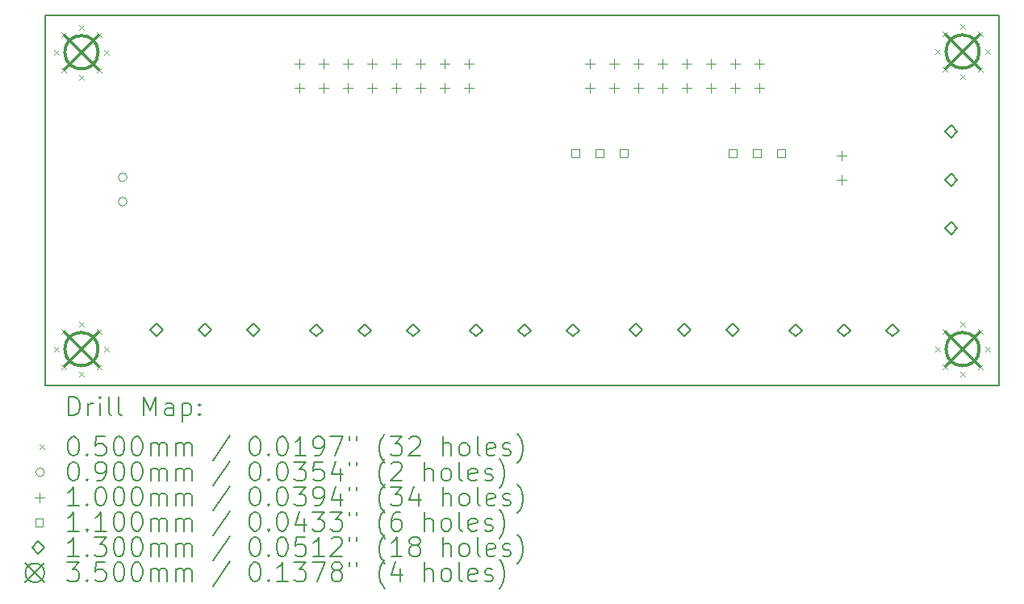
<source format=gbr>
%FSLAX45Y45*%
G04 Gerber Fmt 4.5, Leading zero omitted, Abs format (unit mm)*
G04 Created by KiCad (PCBNEW (6.0.0-0)) date 2022-12-13 21:11:11*
%MOMM*%
%LPD*%
G01*
G04 APERTURE LIST*
%TA.AperFunction,Profile*%
%ADD10C,0.150000*%
%TD*%
%ADD11C,0.200000*%
%ADD12C,0.050000*%
%ADD13C,0.090000*%
%ADD14C,0.100000*%
%ADD15C,0.110000*%
%ADD16C,0.130000*%
%ADD17C,0.350000*%
G04 APERTURE END LIST*
D10*
X5308600Y-6197600D02*
X15316200Y-6197600D01*
X15316200Y-6197600D02*
X15316200Y-10083800D01*
X15316200Y-10083800D02*
X5308600Y-10083800D01*
X5308600Y-10083800D02*
X5308600Y-6197600D01*
D11*
D12*
X5402100Y-6561415D02*
X5452100Y-6611415D01*
X5452100Y-6561415D02*
X5402100Y-6611415D01*
X5402100Y-9677800D02*
X5452100Y-9727800D01*
X5452100Y-9677800D02*
X5402100Y-9727800D01*
X5478985Y-6375800D02*
X5528985Y-6425800D01*
X5528985Y-6375800D02*
X5478985Y-6425800D01*
X5478985Y-6747031D02*
X5528985Y-6797031D01*
X5528985Y-6747031D02*
X5478985Y-6797031D01*
X5478985Y-9492185D02*
X5528985Y-9542185D01*
X5528985Y-9492185D02*
X5478985Y-9542185D01*
X5478985Y-9863416D02*
X5528985Y-9913416D01*
X5528985Y-9863416D02*
X5478985Y-9913416D01*
X5664600Y-6298915D02*
X5714600Y-6348915D01*
X5714600Y-6298915D02*
X5664600Y-6348915D01*
X5664600Y-6823915D02*
X5714600Y-6873915D01*
X5714600Y-6823915D02*
X5664600Y-6873915D01*
X5664600Y-9415300D02*
X5714600Y-9465300D01*
X5714600Y-9415300D02*
X5664600Y-9465300D01*
X5664600Y-9940300D02*
X5714600Y-9990300D01*
X5714600Y-9940300D02*
X5664600Y-9990300D01*
X5850215Y-6375800D02*
X5900215Y-6425800D01*
X5900215Y-6375800D02*
X5850215Y-6425800D01*
X5850215Y-6747031D02*
X5900215Y-6797031D01*
X5900215Y-6747031D02*
X5850215Y-6797031D01*
X5850215Y-9492185D02*
X5900215Y-9542185D01*
X5900215Y-9492185D02*
X5850215Y-9542185D01*
X5850215Y-9863416D02*
X5900215Y-9913416D01*
X5900215Y-9863416D02*
X5850215Y-9913416D01*
X5927100Y-6561415D02*
X5977100Y-6611415D01*
X5977100Y-6561415D02*
X5927100Y-6611415D01*
X5927100Y-9677800D02*
X5977100Y-9727800D01*
X5977100Y-9677800D02*
X5927100Y-9727800D01*
X14647700Y-6553600D02*
X14697700Y-6603600D01*
X14697700Y-6553600D02*
X14647700Y-6603600D01*
X14647700Y-9677800D02*
X14697700Y-9727800D01*
X14697700Y-9677800D02*
X14647700Y-9727800D01*
X14724584Y-6367984D02*
X14774584Y-6417984D01*
X14774584Y-6367984D02*
X14724584Y-6417984D01*
X14724584Y-6739215D02*
X14774584Y-6789215D01*
X14774584Y-6739215D02*
X14724584Y-6789215D01*
X14724584Y-9492185D02*
X14774584Y-9542185D01*
X14774584Y-9492185D02*
X14724584Y-9542185D01*
X14724584Y-9863416D02*
X14774584Y-9913416D01*
X14774584Y-9863416D02*
X14724584Y-9913416D01*
X14910200Y-6291100D02*
X14960200Y-6341100D01*
X14960200Y-6291100D02*
X14910200Y-6341100D01*
X14910200Y-6816100D02*
X14960200Y-6866100D01*
X14960200Y-6816100D02*
X14910200Y-6866100D01*
X14910200Y-9415300D02*
X14960200Y-9465300D01*
X14960200Y-9415300D02*
X14910200Y-9465300D01*
X14910200Y-9940300D02*
X14960200Y-9990300D01*
X14960200Y-9940300D02*
X14910200Y-9990300D01*
X15095815Y-6367984D02*
X15145815Y-6417984D01*
X15145815Y-6367984D02*
X15095815Y-6417984D01*
X15095815Y-6739215D02*
X15145815Y-6789215D01*
X15145815Y-6739215D02*
X15095815Y-6789215D01*
X15095815Y-9492185D02*
X15145815Y-9542185D01*
X15145815Y-9492185D02*
X15095815Y-9542185D01*
X15095815Y-9863416D02*
X15145815Y-9913416D01*
X15145815Y-9863416D02*
X15095815Y-9913416D01*
X15172700Y-6553600D02*
X15222700Y-6603600D01*
X15222700Y-6553600D02*
X15172700Y-6603600D01*
X15172700Y-9677800D02*
X15222700Y-9727800D01*
X15222700Y-9677800D02*
X15172700Y-9727800D01*
D13*
X6166400Y-7899900D02*
G75*
G03*
X6166400Y-7899900I-45000J0D01*
G01*
X6166400Y-8153900D02*
G75*
G03*
X6166400Y-8153900I-45000J0D01*
G01*
D14*
X7975600Y-6655600D02*
X7975600Y-6755600D01*
X7925600Y-6705600D02*
X8025600Y-6705600D01*
X7975600Y-6909600D02*
X7975600Y-7009600D01*
X7925600Y-6959600D02*
X8025600Y-6959600D01*
X8229600Y-6655600D02*
X8229600Y-6755600D01*
X8179600Y-6705600D02*
X8279600Y-6705600D01*
X8229600Y-6909600D02*
X8229600Y-7009600D01*
X8179600Y-6959600D02*
X8279600Y-6959600D01*
X8483600Y-6655600D02*
X8483600Y-6755600D01*
X8433600Y-6705600D02*
X8533600Y-6705600D01*
X8483600Y-6909600D02*
X8483600Y-7009600D01*
X8433600Y-6959600D02*
X8533600Y-6959600D01*
X8737600Y-6655600D02*
X8737600Y-6755600D01*
X8687600Y-6705600D02*
X8787600Y-6705600D01*
X8737600Y-6909600D02*
X8737600Y-7009600D01*
X8687600Y-6959600D02*
X8787600Y-6959600D01*
X8991600Y-6655600D02*
X8991600Y-6755600D01*
X8941600Y-6705600D02*
X9041600Y-6705600D01*
X8991600Y-6909600D02*
X8991600Y-7009600D01*
X8941600Y-6959600D02*
X9041600Y-6959600D01*
X9245600Y-6655600D02*
X9245600Y-6755600D01*
X9195600Y-6705600D02*
X9295600Y-6705600D01*
X9245600Y-6909600D02*
X9245600Y-7009600D01*
X9195600Y-6959600D02*
X9295600Y-6959600D01*
X9499600Y-6655600D02*
X9499600Y-6755600D01*
X9449600Y-6705600D02*
X9549600Y-6705600D01*
X9499600Y-6909600D02*
X9499600Y-7009600D01*
X9449600Y-6959600D02*
X9549600Y-6959600D01*
X9753600Y-6655600D02*
X9753600Y-6755600D01*
X9703600Y-6705600D02*
X9803600Y-6705600D01*
X9753600Y-6909600D02*
X9753600Y-7009600D01*
X9703600Y-6959600D02*
X9803600Y-6959600D01*
X11023600Y-6655600D02*
X11023600Y-6755600D01*
X10973600Y-6705600D02*
X11073600Y-6705600D01*
X11023600Y-6909600D02*
X11023600Y-7009600D01*
X10973600Y-6959600D02*
X11073600Y-6959600D01*
X11277600Y-6655600D02*
X11277600Y-6755600D01*
X11227600Y-6705600D02*
X11327600Y-6705600D01*
X11277600Y-6909600D02*
X11277600Y-7009600D01*
X11227600Y-6959600D02*
X11327600Y-6959600D01*
X11531600Y-6655600D02*
X11531600Y-6755600D01*
X11481600Y-6705600D02*
X11581600Y-6705600D01*
X11531600Y-6909600D02*
X11531600Y-7009600D01*
X11481600Y-6959600D02*
X11581600Y-6959600D01*
X11785600Y-6655600D02*
X11785600Y-6755600D01*
X11735600Y-6705600D02*
X11835600Y-6705600D01*
X11785600Y-6909600D02*
X11785600Y-7009600D01*
X11735600Y-6959600D02*
X11835600Y-6959600D01*
X12039600Y-6655600D02*
X12039600Y-6755600D01*
X11989600Y-6705600D02*
X12089600Y-6705600D01*
X12039600Y-6909600D02*
X12039600Y-7009600D01*
X11989600Y-6959600D02*
X12089600Y-6959600D01*
X12293600Y-6655600D02*
X12293600Y-6755600D01*
X12243600Y-6705600D02*
X12343600Y-6705600D01*
X12293600Y-6909600D02*
X12293600Y-7009600D01*
X12243600Y-6959600D02*
X12343600Y-6959600D01*
X12547600Y-6655600D02*
X12547600Y-6755600D01*
X12497600Y-6705600D02*
X12597600Y-6705600D01*
X12547600Y-6909600D02*
X12547600Y-7009600D01*
X12497600Y-6959600D02*
X12597600Y-6959600D01*
X12801600Y-6655600D02*
X12801600Y-6755600D01*
X12751600Y-6705600D02*
X12851600Y-6705600D01*
X12801600Y-6909600D02*
X12801600Y-7009600D01*
X12751600Y-6959600D02*
X12851600Y-6959600D01*
X13665200Y-7621300D02*
X13665200Y-7721300D01*
X13615200Y-7671300D02*
X13715200Y-7671300D01*
X13665200Y-7875300D02*
X13665200Y-7975300D01*
X13615200Y-7925300D02*
X13715200Y-7925300D01*
D15*
X10910091Y-7684291D02*
X10910091Y-7606509D01*
X10832309Y-7606509D01*
X10832309Y-7684291D01*
X10910091Y-7684291D01*
X11164091Y-7684291D02*
X11164091Y-7606509D01*
X11086309Y-7606509D01*
X11086309Y-7684291D01*
X11164091Y-7684291D01*
X11418091Y-7684291D02*
X11418091Y-7606509D01*
X11340309Y-7606509D01*
X11340309Y-7684291D01*
X11418091Y-7684291D01*
X12561091Y-7684291D02*
X12561091Y-7606509D01*
X12483309Y-7606509D01*
X12483309Y-7684291D01*
X12561091Y-7684291D01*
X12815091Y-7684291D02*
X12815091Y-7606509D01*
X12737309Y-7606509D01*
X12737309Y-7684291D01*
X12815091Y-7684291D01*
X13069091Y-7684291D02*
X13069091Y-7606509D01*
X12991309Y-7606509D01*
X12991309Y-7684291D01*
X13069091Y-7684291D01*
D16*
X6477500Y-9564600D02*
X6542500Y-9499600D01*
X6477500Y-9434600D01*
X6412500Y-9499600D01*
X6477500Y-9564600D01*
X6985500Y-9564600D02*
X7050500Y-9499600D01*
X6985500Y-9434600D01*
X6920500Y-9499600D01*
X6985500Y-9564600D01*
X7493500Y-9564600D02*
X7558500Y-9499600D01*
X7493500Y-9434600D01*
X7428500Y-9499600D01*
X7493500Y-9564600D01*
X8153400Y-9569700D02*
X8218400Y-9504700D01*
X8153400Y-9439700D01*
X8088400Y-9504700D01*
X8153400Y-9569700D01*
X8661400Y-9569700D02*
X8726400Y-9504700D01*
X8661400Y-9439700D01*
X8596400Y-9504700D01*
X8661400Y-9569700D01*
X9169400Y-9569700D02*
X9234400Y-9504700D01*
X9169400Y-9439700D01*
X9104400Y-9504700D01*
X9169400Y-9569700D01*
X9829800Y-9569700D02*
X9894800Y-9504700D01*
X9829800Y-9439700D01*
X9764800Y-9504700D01*
X9829800Y-9569700D01*
X10337800Y-9569700D02*
X10402800Y-9504700D01*
X10337800Y-9439700D01*
X10272800Y-9504700D01*
X10337800Y-9569700D01*
X10845800Y-9569700D02*
X10910800Y-9504700D01*
X10845800Y-9439700D01*
X10780800Y-9504700D01*
X10845800Y-9569700D01*
X11506700Y-9564600D02*
X11571700Y-9499600D01*
X11506700Y-9434600D01*
X11441700Y-9499600D01*
X11506700Y-9564600D01*
X12014700Y-9564600D02*
X12079700Y-9499600D01*
X12014700Y-9434600D01*
X11949700Y-9499600D01*
X12014700Y-9564600D01*
X12522700Y-9564600D02*
X12587700Y-9499600D01*
X12522700Y-9434600D01*
X12457700Y-9499600D01*
X12522700Y-9564600D01*
X13183100Y-9569700D02*
X13248100Y-9504700D01*
X13183100Y-9439700D01*
X13118100Y-9504700D01*
X13183100Y-9569700D01*
X13691100Y-9569700D02*
X13756100Y-9504700D01*
X13691100Y-9439700D01*
X13626100Y-9504700D01*
X13691100Y-9569700D01*
X14199100Y-9569700D02*
X14264100Y-9504700D01*
X14199100Y-9439700D01*
X14134100Y-9504700D01*
X14199100Y-9569700D01*
X14813300Y-7482300D02*
X14878300Y-7417300D01*
X14813300Y-7352300D01*
X14748300Y-7417300D01*
X14813300Y-7482300D01*
X14813300Y-7990300D02*
X14878300Y-7925300D01*
X14813300Y-7860300D01*
X14748300Y-7925300D01*
X14813300Y-7990300D01*
X14813300Y-8498300D02*
X14878300Y-8433300D01*
X14813300Y-8368300D01*
X14748300Y-8433300D01*
X14813300Y-8498300D01*
D17*
X5514600Y-6411415D02*
X5864600Y-6761415D01*
X5864600Y-6411415D02*
X5514600Y-6761415D01*
X5864600Y-6586415D02*
G75*
G03*
X5864600Y-6586415I-175000J0D01*
G01*
X5514600Y-9527800D02*
X5864600Y-9877800D01*
X5864600Y-9527800D02*
X5514600Y-9877800D01*
X5864600Y-9702800D02*
G75*
G03*
X5864600Y-9702800I-175000J0D01*
G01*
X14760200Y-6403600D02*
X15110200Y-6753600D01*
X15110200Y-6403600D02*
X14760200Y-6753600D01*
X15110200Y-6578600D02*
G75*
G03*
X15110200Y-6578600I-175000J0D01*
G01*
X14760200Y-9527800D02*
X15110200Y-9877800D01*
X15110200Y-9527800D02*
X14760200Y-9877800D01*
X15110200Y-9702800D02*
G75*
G03*
X15110200Y-9702800I-175000J0D01*
G01*
D11*
X5558719Y-10401776D02*
X5558719Y-10201776D01*
X5606338Y-10201776D01*
X5634909Y-10211300D01*
X5653957Y-10230348D01*
X5663481Y-10249395D01*
X5673005Y-10287490D01*
X5673005Y-10316062D01*
X5663481Y-10354157D01*
X5653957Y-10373205D01*
X5634909Y-10392252D01*
X5606338Y-10401776D01*
X5558719Y-10401776D01*
X5758719Y-10401776D02*
X5758719Y-10268443D01*
X5758719Y-10306538D02*
X5768243Y-10287490D01*
X5777767Y-10277967D01*
X5796814Y-10268443D01*
X5815862Y-10268443D01*
X5882528Y-10401776D02*
X5882528Y-10268443D01*
X5882528Y-10201776D02*
X5873005Y-10211300D01*
X5882528Y-10220824D01*
X5892052Y-10211300D01*
X5882528Y-10201776D01*
X5882528Y-10220824D01*
X6006338Y-10401776D02*
X5987290Y-10392252D01*
X5977767Y-10373205D01*
X5977767Y-10201776D01*
X6111100Y-10401776D02*
X6092052Y-10392252D01*
X6082528Y-10373205D01*
X6082528Y-10201776D01*
X6339671Y-10401776D02*
X6339671Y-10201776D01*
X6406338Y-10344633D01*
X6473005Y-10201776D01*
X6473005Y-10401776D01*
X6653957Y-10401776D02*
X6653957Y-10297014D01*
X6644433Y-10277967D01*
X6625386Y-10268443D01*
X6587290Y-10268443D01*
X6568243Y-10277967D01*
X6653957Y-10392252D02*
X6634909Y-10401776D01*
X6587290Y-10401776D01*
X6568243Y-10392252D01*
X6558719Y-10373205D01*
X6558719Y-10354157D01*
X6568243Y-10335110D01*
X6587290Y-10325586D01*
X6634909Y-10325586D01*
X6653957Y-10316062D01*
X6749195Y-10268443D02*
X6749195Y-10468443D01*
X6749195Y-10277967D02*
X6768243Y-10268443D01*
X6806338Y-10268443D01*
X6825386Y-10277967D01*
X6834909Y-10287490D01*
X6844433Y-10306538D01*
X6844433Y-10363681D01*
X6834909Y-10382729D01*
X6825386Y-10392252D01*
X6806338Y-10401776D01*
X6768243Y-10401776D01*
X6749195Y-10392252D01*
X6930148Y-10382729D02*
X6939671Y-10392252D01*
X6930148Y-10401776D01*
X6920624Y-10392252D01*
X6930148Y-10382729D01*
X6930148Y-10401776D01*
X6930148Y-10277967D02*
X6939671Y-10287490D01*
X6930148Y-10297014D01*
X6920624Y-10287490D01*
X6930148Y-10277967D01*
X6930148Y-10297014D01*
D12*
X5251100Y-10706300D02*
X5301100Y-10756300D01*
X5301100Y-10706300D02*
X5251100Y-10756300D01*
D11*
X5596814Y-10621776D02*
X5615862Y-10621776D01*
X5634909Y-10631300D01*
X5644433Y-10640824D01*
X5653957Y-10659871D01*
X5663481Y-10697967D01*
X5663481Y-10745586D01*
X5653957Y-10783681D01*
X5644433Y-10802729D01*
X5634909Y-10812252D01*
X5615862Y-10821776D01*
X5596814Y-10821776D01*
X5577767Y-10812252D01*
X5568243Y-10802729D01*
X5558719Y-10783681D01*
X5549195Y-10745586D01*
X5549195Y-10697967D01*
X5558719Y-10659871D01*
X5568243Y-10640824D01*
X5577767Y-10631300D01*
X5596814Y-10621776D01*
X5749195Y-10802729D02*
X5758719Y-10812252D01*
X5749195Y-10821776D01*
X5739671Y-10812252D01*
X5749195Y-10802729D01*
X5749195Y-10821776D01*
X5939671Y-10621776D02*
X5844433Y-10621776D01*
X5834909Y-10717014D01*
X5844433Y-10707490D01*
X5863481Y-10697967D01*
X5911100Y-10697967D01*
X5930148Y-10707490D01*
X5939671Y-10717014D01*
X5949195Y-10736062D01*
X5949195Y-10783681D01*
X5939671Y-10802729D01*
X5930148Y-10812252D01*
X5911100Y-10821776D01*
X5863481Y-10821776D01*
X5844433Y-10812252D01*
X5834909Y-10802729D01*
X6073005Y-10621776D02*
X6092052Y-10621776D01*
X6111100Y-10631300D01*
X6120624Y-10640824D01*
X6130148Y-10659871D01*
X6139671Y-10697967D01*
X6139671Y-10745586D01*
X6130148Y-10783681D01*
X6120624Y-10802729D01*
X6111100Y-10812252D01*
X6092052Y-10821776D01*
X6073005Y-10821776D01*
X6053957Y-10812252D01*
X6044433Y-10802729D01*
X6034909Y-10783681D01*
X6025386Y-10745586D01*
X6025386Y-10697967D01*
X6034909Y-10659871D01*
X6044433Y-10640824D01*
X6053957Y-10631300D01*
X6073005Y-10621776D01*
X6263481Y-10621776D02*
X6282528Y-10621776D01*
X6301576Y-10631300D01*
X6311100Y-10640824D01*
X6320624Y-10659871D01*
X6330148Y-10697967D01*
X6330148Y-10745586D01*
X6320624Y-10783681D01*
X6311100Y-10802729D01*
X6301576Y-10812252D01*
X6282528Y-10821776D01*
X6263481Y-10821776D01*
X6244433Y-10812252D01*
X6234909Y-10802729D01*
X6225386Y-10783681D01*
X6215862Y-10745586D01*
X6215862Y-10697967D01*
X6225386Y-10659871D01*
X6234909Y-10640824D01*
X6244433Y-10631300D01*
X6263481Y-10621776D01*
X6415862Y-10821776D02*
X6415862Y-10688443D01*
X6415862Y-10707490D02*
X6425386Y-10697967D01*
X6444433Y-10688443D01*
X6473005Y-10688443D01*
X6492052Y-10697967D01*
X6501576Y-10717014D01*
X6501576Y-10821776D01*
X6501576Y-10717014D02*
X6511100Y-10697967D01*
X6530148Y-10688443D01*
X6558719Y-10688443D01*
X6577767Y-10697967D01*
X6587290Y-10717014D01*
X6587290Y-10821776D01*
X6682528Y-10821776D02*
X6682528Y-10688443D01*
X6682528Y-10707490D02*
X6692052Y-10697967D01*
X6711100Y-10688443D01*
X6739671Y-10688443D01*
X6758719Y-10697967D01*
X6768243Y-10717014D01*
X6768243Y-10821776D01*
X6768243Y-10717014D02*
X6777767Y-10697967D01*
X6796814Y-10688443D01*
X6825386Y-10688443D01*
X6844433Y-10697967D01*
X6853957Y-10717014D01*
X6853957Y-10821776D01*
X7244433Y-10612252D02*
X7073005Y-10869395D01*
X7501576Y-10621776D02*
X7520624Y-10621776D01*
X7539671Y-10631300D01*
X7549195Y-10640824D01*
X7558719Y-10659871D01*
X7568243Y-10697967D01*
X7568243Y-10745586D01*
X7558719Y-10783681D01*
X7549195Y-10802729D01*
X7539671Y-10812252D01*
X7520624Y-10821776D01*
X7501576Y-10821776D01*
X7482528Y-10812252D01*
X7473005Y-10802729D01*
X7463481Y-10783681D01*
X7453957Y-10745586D01*
X7453957Y-10697967D01*
X7463481Y-10659871D01*
X7473005Y-10640824D01*
X7482528Y-10631300D01*
X7501576Y-10621776D01*
X7653957Y-10802729D02*
X7663481Y-10812252D01*
X7653957Y-10821776D01*
X7644433Y-10812252D01*
X7653957Y-10802729D01*
X7653957Y-10821776D01*
X7787290Y-10621776D02*
X7806338Y-10621776D01*
X7825386Y-10631300D01*
X7834909Y-10640824D01*
X7844433Y-10659871D01*
X7853957Y-10697967D01*
X7853957Y-10745586D01*
X7844433Y-10783681D01*
X7834909Y-10802729D01*
X7825386Y-10812252D01*
X7806338Y-10821776D01*
X7787290Y-10821776D01*
X7768243Y-10812252D01*
X7758719Y-10802729D01*
X7749195Y-10783681D01*
X7739671Y-10745586D01*
X7739671Y-10697967D01*
X7749195Y-10659871D01*
X7758719Y-10640824D01*
X7768243Y-10631300D01*
X7787290Y-10621776D01*
X8044433Y-10821776D02*
X7930148Y-10821776D01*
X7987290Y-10821776D02*
X7987290Y-10621776D01*
X7968243Y-10650348D01*
X7949195Y-10669395D01*
X7930148Y-10678919D01*
X8139671Y-10821776D02*
X8177767Y-10821776D01*
X8196814Y-10812252D01*
X8206338Y-10802729D01*
X8225386Y-10774157D01*
X8234909Y-10736062D01*
X8234909Y-10659871D01*
X8225386Y-10640824D01*
X8215862Y-10631300D01*
X8196814Y-10621776D01*
X8158719Y-10621776D01*
X8139671Y-10631300D01*
X8130148Y-10640824D01*
X8120624Y-10659871D01*
X8120624Y-10707490D01*
X8130148Y-10726538D01*
X8139671Y-10736062D01*
X8158719Y-10745586D01*
X8196814Y-10745586D01*
X8215862Y-10736062D01*
X8225386Y-10726538D01*
X8234909Y-10707490D01*
X8301576Y-10621776D02*
X8434910Y-10621776D01*
X8349195Y-10821776D01*
X8501576Y-10621776D02*
X8501576Y-10659871D01*
X8577767Y-10621776D02*
X8577767Y-10659871D01*
X8873005Y-10897967D02*
X8863481Y-10888443D01*
X8844433Y-10859871D01*
X8834910Y-10840824D01*
X8825386Y-10812252D01*
X8815862Y-10764633D01*
X8815862Y-10726538D01*
X8825386Y-10678919D01*
X8834910Y-10650348D01*
X8844433Y-10631300D01*
X8863481Y-10602729D01*
X8873005Y-10593205D01*
X8930148Y-10621776D02*
X9053957Y-10621776D01*
X8987290Y-10697967D01*
X9015862Y-10697967D01*
X9034910Y-10707490D01*
X9044433Y-10717014D01*
X9053957Y-10736062D01*
X9053957Y-10783681D01*
X9044433Y-10802729D01*
X9034910Y-10812252D01*
X9015862Y-10821776D01*
X8958719Y-10821776D01*
X8939671Y-10812252D01*
X8930148Y-10802729D01*
X9130148Y-10640824D02*
X9139671Y-10631300D01*
X9158719Y-10621776D01*
X9206338Y-10621776D01*
X9225386Y-10631300D01*
X9234910Y-10640824D01*
X9244433Y-10659871D01*
X9244433Y-10678919D01*
X9234910Y-10707490D01*
X9120624Y-10821776D01*
X9244433Y-10821776D01*
X9482529Y-10821776D02*
X9482529Y-10621776D01*
X9568243Y-10821776D02*
X9568243Y-10717014D01*
X9558719Y-10697967D01*
X9539671Y-10688443D01*
X9511100Y-10688443D01*
X9492052Y-10697967D01*
X9482529Y-10707490D01*
X9692052Y-10821776D02*
X9673005Y-10812252D01*
X9663481Y-10802729D01*
X9653957Y-10783681D01*
X9653957Y-10726538D01*
X9663481Y-10707490D01*
X9673005Y-10697967D01*
X9692052Y-10688443D01*
X9720624Y-10688443D01*
X9739671Y-10697967D01*
X9749195Y-10707490D01*
X9758719Y-10726538D01*
X9758719Y-10783681D01*
X9749195Y-10802729D01*
X9739671Y-10812252D01*
X9720624Y-10821776D01*
X9692052Y-10821776D01*
X9873005Y-10821776D02*
X9853957Y-10812252D01*
X9844433Y-10793205D01*
X9844433Y-10621776D01*
X10025386Y-10812252D02*
X10006338Y-10821776D01*
X9968243Y-10821776D01*
X9949195Y-10812252D01*
X9939671Y-10793205D01*
X9939671Y-10717014D01*
X9949195Y-10697967D01*
X9968243Y-10688443D01*
X10006338Y-10688443D01*
X10025386Y-10697967D01*
X10034910Y-10717014D01*
X10034910Y-10736062D01*
X9939671Y-10755110D01*
X10111100Y-10812252D02*
X10130148Y-10821776D01*
X10168243Y-10821776D01*
X10187290Y-10812252D01*
X10196814Y-10793205D01*
X10196814Y-10783681D01*
X10187290Y-10764633D01*
X10168243Y-10755110D01*
X10139671Y-10755110D01*
X10120624Y-10745586D01*
X10111100Y-10726538D01*
X10111100Y-10717014D01*
X10120624Y-10697967D01*
X10139671Y-10688443D01*
X10168243Y-10688443D01*
X10187290Y-10697967D01*
X10263481Y-10897967D02*
X10273005Y-10888443D01*
X10292052Y-10859871D01*
X10301576Y-10840824D01*
X10311100Y-10812252D01*
X10320624Y-10764633D01*
X10320624Y-10726538D01*
X10311100Y-10678919D01*
X10301576Y-10650348D01*
X10292052Y-10631300D01*
X10273005Y-10602729D01*
X10263481Y-10593205D01*
D13*
X5301100Y-10995300D02*
G75*
G03*
X5301100Y-10995300I-45000J0D01*
G01*
D11*
X5596814Y-10885776D02*
X5615862Y-10885776D01*
X5634909Y-10895300D01*
X5644433Y-10904824D01*
X5653957Y-10923871D01*
X5663481Y-10961967D01*
X5663481Y-11009586D01*
X5653957Y-11047681D01*
X5644433Y-11066729D01*
X5634909Y-11076252D01*
X5615862Y-11085776D01*
X5596814Y-11085776D01*
X5577767Y-11076252D01*
X5568243Y-11066729D01*
X5558719Y-11047681D01*
X5549195Y-11009586D01*
X5549195Y-10961967D01*
X5558719Y-10923871D01*
X5568243Y-10904824D01*
X5577767Y-10895300D01*
X5596814Y-10885776D01*
X5749195Y-11066729D02*
X5758719Y-11076252D01*
X5749195Y-11085776D01*
X5739671Y-11076252D01*
X5749195Y-11066729D01*
X5749195Y-11085776D01*
X5853957Y-11085776D02*
X5892052Y-11085776D01*
X5911100Y-11076252D01*
X5920624Y-11066729D01*
X5939671Y-11038157D01*
X5949195Y-11000062D01*
X5949195Y-10923871D01*
X5939671Y-10904824D01*
X5930148Y-10895300D01*
X5911100Y-10885776D01*
X5873005Y-10885776D01*
X5853957Y-10895300D01*
X5844433Y-10904824D01*
X5834909Y-10923871D01*
X5834909Y-10971490D01*
X5844433Y-10990538D01*
X5853957Y-11000062D01*
X5873005Y-11009586D01*
X5911100Y-11009586D01*
X5930148Y-11000062D01*
X5939671Y-10990538D01*
X5949195Y-10971490D01*
X6073005Y-10885776D02*
X6092052Y-10885776D01*
X6111100Y-10895300D01*
X6120624Y-10904824D01*
X6130148Y-10923871D01*
X6139671Y-10961967D01*
X6139671Y-11009586D01*
X6130148Y-11047681D01*
X6120624Y-11066729D01*
X6111100Y-11076252D01*
X6092052Y-11085776D01*
X6073005Y-11085776D01*
X6053957Y-11076252D01*
X6044433Y-11066729D01*
X6034909Y-11047681D01*
X6025386Y-11009586D01*
X6025386Y-10961967D01*
X6034909Y-10923871D01*
X6044433Y-10904824D01*
X6053957Y-10895300D01*
X6073005Y-10885776D01*
X6263481Y-10885776D02*
X6282528Y-10885776D01*
X6301576Y-10895300D01*
X6311100Y-10904824D01*
X6320624Y-10923871D01*
X6330148Y-10961967D01*
X6330148Y-11009586D01*
X6320624Y-11047681D01*
X6311100Y-11066729D01*
X6301576Y-11076252D01*
X6282528Y-11085776D01*
X6263481Y-11085776D01*
X6244433Y-11076252D01*
X6234909Y-11066729D01*
X6225386Y-11047681D01*
X6215862Y-11009586D01*
X6215862Y-10961967D01*
X6225386Y-10923871D01*
X6234909Y-10904824D01*
X6244433Y-10895300D01*
X6263481Y-10885776D01*
X6415862Y-11085776D02*
X6415862Y-10952443D01*
X6415862Y-10971490D02*
X6425386Y-10961967D01*
X6444433Y-10952443D01*
X6473005Y-10952443D01*
X6492052Y-10961967D01*
X6501576Y-10981014D01*
X6501576Y-11085776D01*
X6501576Y-10981014D02*
X6511100Y-10961967D01*
X6530148Y-10952443D01*
X6558719Y-10952443D01*
X6577767Y-10961967D01*
X6587290Y-10981014D01*
X6587290Y-11085776D01*
X6682528Y-11085776D02*
X6682528Y-10952443D01*
X6682528Y-10971490D02*
X6692052Y-10961967D01*
X6711100Y-10952443D01*
X6739671Y-10952443D01*
X6758719Y-10961967D01*
X6768243Y-10981014D01*
X6768243Y-11085776D01*
X6768243Y-10981014D02*
X6777767Y-10961967D01*
X6796814Y-10952443D01*
X6825386Y-10952443D01*
X6844433Y-10961967D01*
X6853957Y-10981014D01*
X6853957Y-11085776D01*
X7244433Y-10876252D02*
X7073005Y-11133395D01*
X7501576Y-10885776D02*
X7520624Y-10885776D01*
X7539671Y-10895300D01*
X7549195Y-10904824D01*
X7558719Y-10923871D01*
X7568243Y-10961967D01*
X7568243Y-11009586D01*
X7558719Y-11047681D01*
X7549195Y-11066729D01*
X7539671Y-11076252D01*
X7520624Y-11085776D01*
X7501576Y-11085776D01*
X7482528Y-11076252D01*
X7473005Y-11066729D01*
X7463481Y-11047681D01*
X7453957Y-11009586D01*
X7453957Y-10961967D01*
X7463481Y-10923871D01*
X7473005Y-10904824D01*
X7482528Y-10895300D01*
X7501576Y-10885776D01*
X7653957Y-11066729D02*
X7663481Y-11076252D01*
X7653957Y-11085776D01*
X7644433Y-11076252D01*
X7653957Y-11066729D01*
X7653957Y-11085776D01*
X7787290Y-10885776D02*
X7806338Y-10885776D01*
X7825386Y-10895300D01*
X7834909Y-10904824D01*
X7844433Y-10923871D01*
X7853957Y-10961967D01*
X7853957Y-11009586D01*
X7844433Y-11047681D01*
X7834909Y-11066729D01*
X7825386Y-11076252D01*
X7806338Y-11085776D01*
X7787290Y-11085776D01*
X7768243Y-11076252D01*
X7758719Y-11066729D01*
X7749195Y-11047681D01*
X7739671Y-11009586D01*
X7739671Y-10961967D01*
X7749195Y-10923871D01*
X7758719Y-10904824D01*
X7768243Y-10895300D01*
X7787290Y-10885776D01*
X7920624Y-10885776D02*
X8044433Y-10885776D01*
X7977767Y-10961967D01*
X8006338Y-10961967D01*
X8025386Y-10971490D01*
X8034909Y-10981014D01*
X8044433Y-11000062D01*
X8044433Y-11047681D01*
X8034909Y-11066729D01*
X8025386Y-11076252D01*
X8006338Y-11085776D01*
X7949195Y-11085776D01*
X7930148Y-11076252D01*
X7920624Y-11066729D01*
X8225386Y-10885776D02*
X8130148Y-10885776D01*
X8120624Y-10981014D01*
X8130148Y-10971490D01*
X8149195Y-10961967D01*
X8196814Y-10961967D01*
X8215862Y-10971490D01*
X8225386Y-10981014D01*
X8234909Y-11000062D01*
X8234909Y-11047681D01*
X8225386Y-11066729D01*
X8215862Y-11076252D01*
X8196814Y-11085776D01*
X8149195Y-11085776D01*
X8130148Y-11076252D01*
X8120624Y-11066729D01*
X8406338Y-10952443D02*
X8406338Y-11085776D01*
X8358719Y-10876252D02*
X8311100Y-11019110D01*
X8434910Y-11019110D01*
X8501576Y-10885776D02*
X8501576Y-10923871D01*
X8577767Y-10885776D02*
X8577767Y-10923871D01*
X8873005Y-11161967D02*
X8863481Y-11152443D01*
X8844433Y-11123871D01*
X8834910Y-11104824D01*
X8825386Y-11076252D01*
X8815862Y-11028633D01*
X8815862Y-10990538D01*
X8825386Y-10942919D01*
X8834910Y-10914348D01*
X8844433Y-10895300D01*
X8863481Y-10866729D01*
X8873005Y-10857205D01*
X8939671Y-10904824D02*
X8949195Y-10895300D01*
X8968243Y-10885776D01*
X9015862Y-10885776D01*
X9034910Y-10895300D01*
X9044433Y-10904824D01*
X9053957Y-10923871D01*
X9053957Y-10942919D01*
X9044433Y-10971490D01*
X8930148Y-11085776D01*
X9053957Y-11085776D01*
X9292052Y-11085776D02*
X9292052Y-10885776D01*
X9377767Y-11085776D02*
X9377767Y-10981014D01*
X9368243Y-10961967D01*
X9349195Y-10952443D01*
X9320624Y-10952443D01*
X9301576Y-10961967D01*
X9292052Y-10971490D01*
X9501576Y-11085776D02*
X9482529Y-11076252D01*
X9473005Y-11066729D01*
X9463481Y-11047681D01*
X9463481Y-10990538D01*
X9473005Y-10971490D01*
X9482529Y-10961967D01*
X9501576Y-10952443D01*
X9530148Y-10952443D01*
X9549195Y-10961967D01*
X9558719Y-10971490D01*
X9568243Y-10990538D01*
X9568243Y-11047681D01*
X9558719Y-11066729D01*
X9549195Y-11076252D01*
X9530148Y-11085776D01*
X9501576Y-11085776D01*
X9682529Y-11085776D02*
X9663481Y-11076252D01*
X9653957Y-11057205D01*
X9653957Y-10885776D01*
X9834910Y-11076252D02*
X9815862Y-11085776D01*
X9777767Y-11085776D01*
X9758719Y-11076252D01*
X9749195Y-11057205D01*
X9749195Y-10981014D01*
X9758719Y-10961967D01*
X9777767Y-10952443D01*
X9815862Y-10952443D01*
X9834910Y-10961967D01*
X9844433Y-10981014D01*
X9844433Y-11000062D01*
X9749195Y-11019110D01*
X9920624Y-11076252D02*
X9939671Y-11085776D01*
X9977767Y-11085776D01*
X9996814Y-11076252D01*
X10006338Y-11057205D01*
X10006338Y-11047681D01*
X9996814Y-11028633D01*
X9977767Y-11019110D01*
X9949195Y-11019110D01*
X9930148Y-11009586D01*
X9920624Y-10990538D01*
X9920624Y-10981014D01*
X9930148Y-10961967D01*
X9949195Y-10952443D01*
X9977767Y-10952443D01*
X9996814Y-10961967D01*
X10073005Y-11161967D02*
X10082529Y-11152443D01*
X10101576Y-11123871D01*
X10111100Y-11104824D01*
X10120624Y-11076252D01*
X10130148Y-11028633D01*
X10130148Y-10990538D01*
X10120624Y-10942919D01*
X10111100Y-10914348D01*
X10101576Y-10895300D01*
X10082529Y-10866729D01*
X10073005Y-10857205D01*
D14*
X5251100Y-11209300D02*
X5251100Y-11309300D01*
X5201100Y-11259300D02*
X5301100Y-11259300D01*
D11*
X5663481Y-11349776D02*
X5549195Y-11349776D01*
X5606338Y-11349776D02*
X5606338Y-11149776D01*
X5587290Y-11178348D01*
X5568243Y-11197395D01*
X5549195Y-11206919D01*
X5749195Y-11330728D02*
X5758719Y-11340252D01*
X5749195Y-11349776D01*
X5739671Y-11340252D01*
X5749195Y-11330728D01*
X5749195Y-11349776D01*
X5882528Y-11149776D02*
X5901576Y-11149776D01*
X5920624Y-11159300D01*
X5930148Y-11168824D01*
X5939671Y-11187871D01*
X5949195Y-11225967D01*
X5949195Y-11273586D01*
X5939671Y-11311681D01*
X5930148Y-11330728D01*
X5920624Y-11340252D01*
X5901576Y-11349776D01*
X5882528Y-11349776D01*
X5863481Y-11340252D01*
X5853957Y-11330728D01*
X5844433Y-11311681D01*
X5834909Y-11273586D01*
X5834909Y-11225967D01*
X5844433Y-11187871D01*
X5853957Y-11168824D01*
X5863481Y-11159300D01*
X5882528Y-11149776D01*
X6073005Y-11149776D02*
X6092052Y-11149776D01*
X6111100Y-11159300D01*
X6120624Y-11168824D01*
X6130148Y-11187871D01*
X6139671Y-11225967D01*
X6139671Y-11273586D01*
X6130148Y-11311681D01*
X6120624Y-11330728D01*
X6111100Y-11340252D01*
X6092052Y-11349776D01*
X6073005Y-11349776D01*
X6053957Y-11340252D01*
X6044433Y-11330728D01*
X6034909Y-11311681D01*
X6025386Y-11273586D01*
X6025386Y-11225967D01*
X6034909Y-11187871D01*
X6044433Y-11168824D01*
X6053957Y-11159300D01*
X6073005Y-11149776D01*
X6263481Y-11149776D02*
X6282528Y-11149776D01*
X6301576Y-11159300D01*
X6311100Y-11168824D01*
X6320624Y-11187871D01*
X6330148Y-11225967D01*
X6330148Y-11273586D01*
X6320624Y-11311681D01*
X6311100Y-11330728D01*
X6301576Y-11340252D01*
X6282528Y-11349776D01*
X6263481Y-11349776D01*
X6244433Y-11340252D01*
X6234909Y-11330728D01*
X6225386Y-11311681D01*
X6215862Y-11273586D01*
X6215862Y-11225967D01*
X6225386Y-11187871D01*
X6234909Y-11168824D01*
X6244433Y-11159300D01*
X6263481Y-11149776D01*
X6415862Y-11349776D02*
X6415862Y-11216443D01*
X6415862Y-11235490D02*
X6425386Y-11225967D01*
X6444433Y-11216443D01*
X6473005Y-11216443D01*
X6492052Y-11225967D01*
X6501576Y-11245014D01*
X6501576Y-11349776D01*
X6501576Y-11245014D02*
X6511100Y-11225967D01*
X6530148Y-11216443D01*
X6558719Y-11216443D01*
X6577767Y-11225967D01*
X6587290Y-11245014D01*
X6587290Y-11349776D01*
X6682528Y-11349776D02*
X6682528Y-11216443D01*
X6682528Y-11235490D02*
X6692052Y-11225967D01*
X6711100Y-11216443D01*
X6739671Y-11216443D01*
X6758719Y-11225967D01*
X6768243Y-11245014D01*
X6768243Y-11349776D01*
X6768243Y-11245014D02*
X6777767Y-11225967D01*
X6796814Y-11216443D01*
X6825386Y-11216443D01*
X6844433Y-11225967D01*
X6853957Y-11245014D01*
X6853957Y-11349776D01*
X7244433Y-11140252D02*
X7073005Y-11397395D01*
X7501576Y-11149776D02*
X7520624Y-11149776D01*
X7539671Y-11159300D01*
X7549195Y-11168824D01*
X7558719Y-11187871D01*
X7568243Y-11225967D01*
X7568243Y-11273586D01*
X7558719Y-11311681D01*
X7549195Y-11330728D01*
X7539671Y-11340252D01*
X7520624Y-11349776D01*
X7501576Y-11349776D01*
X7482528Y-11340252D01*
X7473005Y-11330728D01*
X7463481Y-11311681D01*
X7453957Y-11273586D01*
X7453957Y-11225967D01*
X7463481Y-11187871D01*
X7473005Y-11168824D01*
X7482528Y-11159300D01*
X7501576Y-11149776D01*
X7653957Y-11330728D02*
X7663481Y-11340252D01*
X7653957Y-11349776D01*
X7644433Y-11340252D01*
X7653957Y-11330728D01*
X7653957Y-11349776D01*
X7787290Y-11149776D02*
X7806338Y-11149776D01*
X7825386Y-11159300D01*
X7834909Y-11168824D01*
X7844433Y-11187871D01*
X7853957Y-11225967D01*
X7853957Y-11273586D01*
X7844433Y-11311681D01*
X7834909Y-11330728D01*
X7825386Y-11340252D01*
X7806338Y-11349776D01*
X7787290Y-11349776D01*
X7768243Y-11340252D01*
X7758719Y-11330728D01*
X7749195Y-11311681D01*
X7739671Y-11273586D01*
X7739671Y-11225967D01*
X7749195Y-11187871D01*
X7758719Y-11168824D01*
X7768243Y-11159300D01*
X7787290Y-11149776D01*
X7920624Y-11149776D02*
X8044433Y-11149776D01*
X7977767Y-11225967D01*
X8006338Y-11225967D01*
X8025386Y-11235490D01*
X8034909Y-11245014D01*
X8044433Y-11264062D01*
X8044433Y-11311681D01*
X8034909Y-11330728D01*
X8025386Y-11340252D01*
X8006338Y-11349776D01*
X7949195Y-11349776D01*
X7930148Y-11340252D01*
X7920624Y-11330728D01*
X8139671Y-11349776D02*
X8177767Y-11349776D01*
X8196814Y-11340252D01*
X8206338Y-11330728D01*
X8225386Y-11302157D01*
X8234909Y-11264062D01*
X8234909Y-11187871D01*
X8225386Y-11168824D01*
X8215862Y-11159300D01*
X8196814Y-11149776D01*
X8158719Y-11149776D01*
X8139671Y-11159300D01*
X8130148Y-11168824D01*
X8120624Y-11187871D01*
X8120624Y-11235490D01*
X8130148Y-11254538D01*
X8139671Y-11264062D01*
X8158719Y-11273586D01*
X8196814Y-11273586D01*
X8215862Y-11264062D01*
X8225386Y-11254538D01*
X8234909Y-11235490D01*
X8406338Y-11216443D02*
X8406338Y-11349776D01*
X8358719Y-11140252D02*
X8311100Y-11283109D01*
X8434910Y-11283109D01*
X8501576Y-11149776D02*
X8501576Y-11187871D01*
X8577767Y-11149776D02*
X8577767Y-11187871D01*
X8873005Y-11425967D02*
X8863481Y-11416443D01*
X8844433Y-11387871D01*
X8834910Y-11368824D01*
X8825386Y-11340252D01*
X8815862Y-11292633D01*
X8815862Y-11254538D01*
X8825386Y-11206919D01*
X8834910Y-11178348D01*
X8844433Y-11159300D01*
X8863481Y-11130729D01*
X8873005Y-11121205D01*
X8930148Y-11149776D02*
X9053957Y-11149776D01*
X8987290Y-11225967D01*
X9015862Y-11225967D01*
X9034910Y-11235490D01*
X9044433Y-11245014D01*
X9053957Y-11264062D01*
X9053957Y-11311681D01*
X9044433Y-11330728D01*
X9034910Y-11340252D01*
X9015862Y-11349776D01*
X8958719Y-11349776D01*
X8939671Y-11340252D01*
X8930148Y-11330728D01*
X9225386Y-11216443D02*
X9225386Y-11349776D01*
X9177767Y-11140252D02*
X9130148Y-11283109D01*
X9253957Y-11283109D01*
X9482529Y-11349776D02*
X9482529Y-11149776D01*
X9568243Y-11349776D02*
X9568243Y-11245014D01*
X9558719Y-11225967D01*
X9539671Y-11216443D01*
X9511100Y-11216443D01*
X9492052Y-11225967D01*
X9482529Y-11235490D01*
X9692052Y-11349776D02*
X9673005Y-11340252D01*
X9663481Y-11330728D01*
X9653957Y-11311681D01*
X9653957Y-11254538D01*
X9663481Y-11235490D01*
X9673005Y-11225967D01*
X9692052Y-11216443D01*
X9720624Y-11216443D01*
X9739671Y-11225967D01*
X9749195Y-11235490D01*
X9758719Y-11254538D01*
X9758719Y-11311681D01*
X9749195Y-11330728D01*
X9739671Y-11340252D01*
X9720624Y-11349776D01*
X9692052Y-11349776D01*
X9873005Y-11349776D02*
X9853957Y-11340252D01*
X9844433Y-11321205D01*
X9844433Y-11149776D01*
X10025386Y-11340252D02*
X10006338Y-11349776D01*
X9968243Y-11349776D01*
X9949195Y-11340252D01*
X9939671Y-11321205D01*
X9939671Y-11245014D01*
X9949195Y-11225967D01*
X9968243Y-11216443D01*
X10006338Y-11216443D01*
X10025386Y-11225967D01*
X10034910Y-11245014D01*
X10034910Y-11264062D01*
X9939671Y-11283109D01*
X10111100Y-11340252D02*
X10130148Y-11349776D01*
X10168243Y-11349776D01*
X10187290Y-11340252D01*
X10196814Y-11321205D01*
X10196814Y-11311681D01*
X10187290Y-11292633D01*
X10168243Y-11283109D01*
X10139671Y-11283109D01*
X10120624Y-11273586D01*
X10111100Y-11254538D01*
X10111100Y-11245014D01*
X10120624Y-11225967D01*
X10139671Y-11216443D01*
X10168243Y-11216443D01*
X10187290Y-11225967D01*
X10263481Y-11425967D02*
X10273005Y-11416443D01*
X10292052Y-11387871D01*
X10301576Y-11368824D01*
X10311100Y-11340252D01*
X10320624Y-11292633D01*
X10320624Y-11254538D01*
X10311100Y-11206919D01*
X10301576Y-11178348D01*
X10292052Y-11159300D01*
X10273005Y-11130729D01*
X10263481Y-11121205D01*
D15*
X5284991Y-11562191D02*
X5284991Y-11484409D01*
X5207209Y-11484409D01*
X5207209Y-11562191D01*
X5284991Y-11562191D01*
D11*
X5663481Y-11613776D02*
X5549195Y-11613776D01*
X5606338Y-11613776D02*
X5606338Y-11413776D01*
X5587290Y-11442348D01*
X5568243Y-11461395D01*
X5549195Y-11470919D01*
X5749195Y-11594728D02*
X5758719Y-11604252D01*
X5749195Y-11613776D01*
X5739671Y-11604252D01*
X5749195Y-11594728D01*
X5749195Y-11613776D01*
X5949195Y-11613776D02*
X5834909Y-11613776D01*
X5892052Y-11613776D02*
X5892052Y-11413776D01*
X5873005Y-11442348D01*
X5853957Y-11461395D01*
X5834909Y-11470919D01*
X6073005Y-11413776D02*
X6092052Y-11413776D01*
X6111100Y-11423300D01*
X6120624Y-11432824D01*
X6130148Y-11451871D01*
X6139671Y-11489967D01*
X6139671Y-11537586D01*
X6130148Y-11575681D01*
X6120624Y-11594728D01*
X6111100Y-11604252D01*
X6092052Y-11613776D01*
X6073005Y-11613776D01*
X6053957Y-11604252D01*
X6044433Y-11594728D01*
X6034909Y-11575681D01*
X6025386Y-11537586D01*
X6025386Y-11489967D01*
X6034909Y-11451871D01*
X6044433Y-11432824D01*
X6053957Y-11423300D01*
X6073005Y-11413776D01*
X6263481Y-11413776D02*
X6282528Y-11413776D01*
X6301576Y-11423300D01*
X6311100Y-11432824D01*
X6320624Y-11451871D01*
X6330148Y-11489967D01*
X6330148Y-11537586D01*
X6320624Y-11575681D01*
X6311100Y-11594728D01*
X6301576Y-11604252D01*
X6282528Y-11613776D01*
X6263481Y-11613776D01*
X6244433Y-11604252D01*
X6234909Y-11594728D01*
X6225386Y-11575681D01*
X6215862Y-11537586D01*
X6215862Y-11489967D01*
X6225386Y-11451871D01*
X6234909Y-11432824D01*
X6244433Y-11423300D01*
X6263481Y-11413776D01*
X6415862Y-11613776D02*
X6415862Y-11480443D01*
X6415862Y-11499490D02*
X6425386Y-11489967D01*
X6444433Y-11480443D01*
X6473005Y-11480443D01*
X6492052Y-11489967D01*
X6501576Y-11509014D01*
X6501576Y-11613776D01*
X6501576Y-11509014D02*
X6511100Y-11489967D01*
X6530148Y-11480443D01*
X6558719Y-11480443D01*
X6577767Y-11489967D01*
X6587290Y-11509014D01*
X6587290Y-11613776D01*
X6682528Y-11613776D02*
X6682528Y-11480443D01*
X6682528Y-11499490D02*
X6692052Y-11489967D01*
X6711100Y-11480443D01*
X6739671Y-11480443D01*
X6758719Y-11489967D01*
X6768243Y-11509014D01*
X6768243Y-11613776D01*
X6768243Y-11509014D02*
X6777767Y-11489967D01*
X6796814Y-11480443D01*
X6825386Y-11480443D01*
X6844433Y-11489967D01*
X6853957Y-11509014D01*
X6853957Y-11613776D01*
X7244433Y-11404252D02*
X7073005Y-11661395D01*
X7501576Y-11413776D02*
X7520624Y-11413776D01*
X7539671Y-11423300D01*
X7549195Y-11432824D01*
X7558719Y-11451871D01*
X7568243Y-11489967D01*
X7568243Y-11537586D01*
X7558719Y-11575681D01*
X7549195Y-11594728D01*
X7539671Y-11604252D01*
X7520624Y-11613776D01*
X7501576Y-11613776D01*
X7482528Y-11604252D01*
X7473005Y-11594728D01*
X7463481Y-11575681D01*
X7453957Y-11537586D01*
X7453957Y-11489967D01*
X7463481Y-11451871D01*
X7473005Y-11432824D01*
X7482528Y-11423300D01*
X7501576Y-11413776D01*
X7653957Y-11594728D02*
X7663481Y-11604252D01*
X7653957Y-11613776D01*
X7644433Y-11604252D01*
X7653957Y-11594728D01*
X7653957Y-11613776D01*
X7787290Y-11413776D02*
X7806338Y-11413776D01*
X7825386Y-11423300D01*
X7834909Y-11432824D01*
X7844433Y-11451871D01*
X7853957Y-11489967D01*
X7853957Y-11537586D01*
X7844433Y-11575681D01*
X7834909Y-11594728D01*
X7825386Y-11604252D01*
X7806338Y-11613776D01*
X7787290Y-11613776D01*
X7768243Y-11604252D01*
X7758719Y-11594728D01*
X7749195Y-11575681D01*
X7739671Y-11537586D01*
X7739671Y-11489967D01*
X7749195Y-11451871D01*
X7758719Y-11432824D01*
X7768243Y-11423300D01*
X7787290Y-11413776D01*
X8025386Y-11480443D02*
X8025386Y-11613776D01*
X7977767Y-11404252D02*
X7930148Y-11547109D01*
X8053957Y-11547109D01*
X8111100Y-11413776D02*
X8234909Y-11413776D01*
X8168243Y-11489967D01*
X8196814Y-11489967D01*
X8215862Y-11499490D01*
X8225386Y-11509014D01*
X8234909Y-11528062D01*
X8234909Y-11575681D01*
X8225386Y-11594728D01*
X8215862Y-11604252D01*
X8196814Y-11613776D01*
X8139671Y-11613776D01*
X8120624Y-11604252D01*
X8111100Y-11594728D01*
X8301576Y-11413776D02*
X8425386Y-11413776D01*
X8358719Y-11489967D01*
X8387290Y-11489967D01*
X8406338Y-11499490D01*
X8415862Y-11509014D01*
X8425386Y-11528062D01*
X8425386Y-11575681D01*
X8415862Y-11594728D01*
X8406338Y-11604252D01*
X8387290Y-11613776D01*
X8330148Y-11613776D01*
X8311100Y-11604252D01*
X8301576Y-11594728D01*
X8501576Y-11413776D02*
X8501576Y-11451871D01*
X8577767Y-11413776D02*
X8577767Y-11451871D01*
X8873005Y-11689967D02*
X8863481Y-11680443D01*
X8844433Y-11651871D01*
X8834910Y-11632824D01*
X8825386Y-11604252D01*
X8815862Y-11556633D01*
X8815862Y-11518538D01*
X8825386Y-11470919D01*
X8834910Y-11442348D01*
X8844433Y-11423300D01*
X8863481Y-11394728D01*
X8873005Y-11385205D01*
X9034910Y-11413776D02*
X8996814Y-11413776D01*
X8977767Y-11423300D01*
X8968243Y-11432824D01*
X8949195Y-11461395D01*
X8939671Y-11499490D01*
X8939671Y-11575681D01*
X8949195Y-11594728D01*
X8958719Y-11604252D01*
X8977767Y-11613776D01*
X9015862Y-11613776D01*
X9034910Y-11604252D01*
X9044433Y-11594728D01*
X9053957Y-11575681D01*
X9053957Y-11528062D01*
X9044433Y-11509014D01*
X9034910Y-11499490D01*
X9015862Y-11489967D01*
X8977767Y-11489967D01*
X8958719Y-11499490D01*
X8949195Y-11509014D01*
X8939671Y-11528062D01*
X9292052Y-11613776D02*
X9292052Y-11413776D01*
X9377767Y-11613776D02*
X9377767Y-11509014D01*
X9368243Y-11489967D01*
X9349195Y-11480443D01*
X9320624Y-11480443D01*
X9301576Y-11489967D01*
X9292052Y-11499490D01*
X9501576Y-11613776D02*
X9482529Y-11604252D01*
X9473005Y-11594728D01*
X9463481Y-11575681D01*
X9463481Y-11518538D01*
X9473005Y-11499490D01*
X9482529Y-11489967D01*
X9501576Y-11480443D01*
X9530148Y-11480443D01*
X9549195Y-11489967D01*
X9558719Y-11499490D01*
X9568243Y-11518538D01*
X9568243Y-11575681D01*
X9558719Y-11594728D01*
X9549195Y-11604252D01*
X9530148Y-11613776D01*
X9501576Y-11613776D01*
X9682529Y-11613776D02*
X9663481Y-11604252D01*
X9653957Y-11585205D01*
X9653957Y-11413776D01*
X9834910Y-11604252D02*
X9815862Y-11613776D01*
X9777767Y-11613776D01*
X9758719Y-11604252D01*
X9749195Y-11585205D01*
X9749195Y-11509014D01*
X9758719Y-11489967D01*
X9777767Y-11480443D01*
X9815862Y-11480443D01*
X9834910Y-11489967D01*
X9844433Y-11509014D01*
X9844433Y-11528062D01*
X9749195Y-11547109D01*
X9920624Y-11604252D02*
X9939671Y-11613776D01*
X9977767Y-11613776D01*
X9996814Y-11604252D01*
X10006338Y-11585205D01*
X10006338Y-11575681D01*
X9996814Y-11556633D01*
X9977767Y-11547109D01*
X9949195Y-11547109D01*
X9930148Y-11537586D01*
X9920624Y-11518538D01*
X9920624Y-11509014D01*
X9930148Y-11489967D01*
X9949195Y-11480443D01*
X9977767Y-11480443D01*
X9996814Y-11489967D01*
X10073005Y-11689967D02*
X10082529Y-11680443D01*
X10101576Y-11651871D01*
X10111100Y-11632824D01*
X10120624Y-11604252D01*
X10130148Y-11556633D01*
X10130148Y-11518538D01*
X10120624Y-11470919D01*
X10111100Y-11442348D01*
X10101576Y-11423300D01*
X10082529Y-11394728D01*
X10073005Y-11385205D01*
D16*
X5236100Y-11852300D02*
X5301100Y-11787300D01*
X5236100Y-11722300D01*
X5171100Y-11787300D01*
X5236100Y-11852300D01*
D11*
X5663481Y-11877776D02*
X5549195Y-11877776D01*
X5606338Y-11877776D02*
X5606338Y-11677776D01*
X5587290Y-11706348D01*
X5568243Y-11725395D01*
X5549195Y-11734919D01*
X5749195Y-11858728D02*
X5758719Y-11868252D01*
X5749195Y-11877776D01*
X5739671Y-11868252D01*
X5749195Y-11858728D01*
X5749195Y-11877776D01*
X5825386Y-11677776D02*
X5949195Y-11677776D01*
X5882528Y-11753967D01*
X5911100Y-11753967D01*
X5930148Y-11763490D01*
X5939671Y-11773014D01*
X5949195Y-11792062D01*
X5949195Y-11839681D01*
X5939671Y-11858728D01*
X5930148Y-11868252D01*
X5911100Y-11877776D01*
X5853957Y-11877776D01*
X5834909Y-11868252D01*
X5825386Y-11858728D01*
X6073005Y-11677776D02*
X6092052Y-11677776D01*
X6111100Y-11687300D01*
X6120624Y-11696824D01*
X6130148Y-11715871D01*
X6139671Y-11753967D01*
X6139671Y-11801586D01*
X6130148Y-11839681D01*
X6120624Y-11858728D01*
X6111100Y-11868252D01*
X6092052Y-11877776D01*
X6073005Y-11877776D01*
X6053957Y-11868252D01*
X6044433Y-11858728D01*
X6034909Y-11839681D01*
X6025386Y-11801586D01*
X6025386Y-11753967D01*
X6034909Y-11715871D01*
X6044433Y-11696824D01*
X6053957Y-11687300D01*
X6073005Y-11677776D01*
X6263481Y-11677776D02*
X6282528Y-11677776D01*
X6301576Y-11687300D01*
X6311100Y-11696824D01*
X6320624Y-11715871D01*
X6330148Y-11753967D01*
X6330148Y-11801586D01*
X6320624Y-11839681D01*
X6311100Y-11858728D01*
X6301576Y-11868252D01*
X6282528Y-11877776D01*
X6263481Y-11877776D01*
X6244433Y-11868252D01*
X6234909Y-11858728D01*
X6225386Y-11839681D01*
X6215862Y-11801586D01*
X6215862Y-11753967D01*
X6225386Y-11715871D01*
X6234909Y-11696824D01*
X6244433Y-11687300D01*
X6263481Y-11677776D01*
X6415862Y-11877776D02*
X6415862Y-11744443D01*
X6415862Y-11763490D02*
X6425386Y-11753967D01*
X6444433Y-11744443D01*
X6473005Y-11744443D01*
X6492052Y-11753967D01*
X6501576Y-11773014D01*
X6501576Y-11877776D01*
X6501576Y-11773014D02*
X6511100Y-11753967D01*
X6530148Y-11744443D01*
X6558719Y-11744443D01*
X6577767Y-11753967D01*
X6587290Y-11773014D01*
X6587290Y-11877776D01*
X6682528Y-11877776D02*
X6682528Y-11744443D01*
X6682528Y-11763490D02*
X6692052Y-11753967D01*
X6711100Y-11744443D01*
X6739671Y-11744443D01*
X6758719Y-11753967D01*
X6768243Y-11773014D01*
X6768243Y-11877776D01*
X6768243Y-11773014D02*
X6777767Y-11753967D01*
X6796814Y-11744443D01*
X6825386Y-11744443D01*
X6844433Y-11753967D01*
X6853957Y-11773014D01*
X6853957Y-11877776D01*
X7244433Y-11668252D02*
X7073005Y-11925395D01*
X7501576Y-11677776D02*
X7520624Y-11677776D01*
X7539671Y-11687300D01*
X7549195Y-11696824D01*
X7558719Y-11715871D01*
X7568243Y-11753967D01*
X7568243Y-11801586D01*
X7558719Y-11839681D01*
X7549195Y-11858728D01*
X7539671Y-11868252D01*
X7520624Y-11877776D01*
X7501576Y-11877776D01*
X7482528Y-11868252D01*
X7473005Y-11858728D01*
X7463481Y-11839681D01*
X7453957Y-11801586D01*
X7453957Y-11753967D01*
X7463481Y-11715871D01*
X7473005Y-11696824D01*
X7482528Y-11687300D01*
X7501576Y-11677776D01*
X7653957Y-11858728D02*
X7663481Y-11868252D01*
X7653957Y-11877776D01*
X7644433Y-11868252D01*
X7653957Y-11858728D01*
X7653957Y-11877776D01*
X7787290Y-11677776D02*
X7806338Y-11677776D01*
X7825386Y-11687300D01*
X7834909Y-11696824D01*
X7844433Y-11715871D01*
X7853957Y-11753967D01*
X7853957Y-11801586D01*
X7844433Y-11839681D01*
X7834909Y-11858728D01*
X7825386Y-11868252D01*
X7806338Y-11877776D01*
X7787290Y-11877776D01*
X7768243Y-11868252D01*
X7758719Y-11858728D01*
X7749195Y-11839681D01*
X7739671Y-11801586D01*
X7739671Y-11753967D01*
X7749195Y-11715871D01*
X7758719Y-11696824D01*
X7768243Y-11687300D01*
X7787290Y-11677776D01*
X8034909Y-11677776D02*
X7939671Y-11677776D01*
X7930148Y-11773014D01*
X7939671Y-11763490D01*
X7958719Y-11753967D01*
X8006338Y-11753967D01*
X8025386Y-11763490D01*
X8034909Y-11773014D01*
X8044433Y-11792062D01*
X8044433Y-11839681D01*
X8034909Y-11858728D01*
X8025386Y-11868252D01*
X8006338Y-11877776D01*
X7958719Y-11877776D01*
X7939671Y-11868252D01*
X7930148Y-11858728D01*
X8234909Y-11877776D02*
X8120624Y-11877776D01*
X8177767Y-11877776D02*
X8177767Y-11677776D01*
X8158719Y-11706348D01*
X8139671Y-11725395D01*
X8120624Y-11734919D01*
X8311100Y-11696824D02*
X8320624Y-11687300D01*
X8339671Y-11677776D01*
X8387290Y-11677776D01*
X8406338Y-11687300D01*
X8415862Y-11696824D01*
X8425386Y-11715871D01*
X8425386Y-11734919D01*
X8415862Y-11763490D01*
X8301576Y-11877776D01*
X8425386Y-11877776D01*
X8501576Y-11677776D02*
X8501576Y-11715871D01*
X8577767Y-11677776D02*
X8577767Y-11715871D01*
X8873005Y-11953967D02*
X8863481Y-11944443D01*
X8844433Y-11915871D01*
X8834910Y-11896824D01*
X8825386Y-11868252D01*
X8815862Y-11820633D01*
X8815862Y-11782538D01*
X8825386Y-11734919D01*
X8834910Y-11706348D01*
X8844433Y-11687300D01*
X8863481Y-11658728D01*
X8873005Y-11649205D01*
X9053957Y-11877776D02*
X8939671Y-11877776D01*
X8996814Y-11877776D02*
X8996814Y-11677776D01*
X8977767Y-11706348D01*
X8958719Y-11725395D01*
X8939671Y-11734919D01*
X9168243Y-11763490D02*
X9149195Y-11753967D01*
X9139671Y-11744443D01*
X9130148Y-11725395D01*
X9130148Y-11715871D01*
X9139671Y-11696824D01*
X9149195Y-11687300D01*
X9168243Y-11677776D01*
X9206338Y-11677776D01*
X9225386Y-11687300D01*
X9234910Y-11696824D01*
X9244433Y-11715871D01*
X9244433Y-11725395D01*
X9234910Y-11744443D01*
X9225386Y-11753967D01*
X9206338Y-11763490D01*
X9168243Y-11763490D01*
X9149195Y-11773014D01*
X9139671Y-11782538D01*
X9130148Y-11801586D01*
X9130148Y-11839681D01*
X9139671Y-11858728D01*
X9149195Y-11868252D01*
X9168243Y-11877776D01*
X9206338Y-11877776D01*
X9225386Y-11868252D01*
X9234910Y-11858728D01*
X9244433Y-11839681D01*
X9244433Y-11801586D01*
X9234910Y-11782538D01*
X9225386Y-11773014D01*
X9206338Y-11763490D01*
X9482529Y-11877776D02*
X9482529Y-11677776D01*
X9568243Y-11877776D02*
X9568243Y-11773014D01*
X9558719Y-11753967D01*
X9539671Y-11744443D01*
X9511100Y-11744443D01*
X9492052Y-11753967D01*
X9482529Y-11763490D01*
X9692052Y-11877776D02*
X9673005Y-11868252D01*
X9663481Y-11858728D01*
X9653957Y-11839681D01*
X9653957Y-11782538D01*
X9663481Y-11763490D01*
X9673005Y-11753967D01*
X9692052Y-11744443D01*
X9720624Y-11744443D01*
X9739671Y-11753967D01*
X9749195Y-11763490D01*
X9758719Y-11782538D01*
X9758719Y-11839681D01*
X9749195Y-11858728D01*
X9739671Y-11868252D01*
X9720624Y-11877776D01*
X9692052Y-11877776D01*
X9873005Y-11877776D02*
X9853957Y-11868252D01*
X9844433Y-11849205D01*
X9844433Y-11677776D01*
X10025386Y-11868252D02*
X10006338Y-11877776D01*
X9968243Y-11877776D01*
X9949195Y-11868252D01*
X9939671Y-11849205D01*
X9939671Y-11773014D01*
X9949195Y-11753967D01*
X9968243Y-11744443D01*
X10006338Y-11744443D01*
X10025386Y-11753967D01*
X10034910Y-11773014D01*
X10034910Y-11792062D01*
X9939671Y-11811109D01*
X10111100Y-11868252D02*
X10130148Y-11877776D01*
X10168243Y-11877776D01*
X10187290Y-11868252D01*
X10196814Y-11849205D01*
X10196814Y-11839681D01*
X10187290Y-11820633D01*
X10168243Y-11811109D01*
X10139671Y-11811109D01*
X10120624Y-11801586D01*
X10111100Y-11782538D01*
X10111100Y-11773014D01*
X10120624Y-11753967D01*
X10139671Y-11744443D01*
X10168243Y-11744443D01*
X10187290Y-11753967D01*
X10263481Y-11953967D02*
X10273005Y-11944443D01*
X10292052Y-11915871D01*
X10301576Y-11896824D01*
X10311100Y-11868252D01*
X10320624Y-11820633D01*
X10320624Y-11782538D01*
X10311100Y-11734919D01*
X10301576Y-11706348D01*
X10292052Y-11687300D01*
X10273005Y-11658728D01*
X10263481Y-11649205D01*
X5101100Y-11951300D02*
X5301100Y-12151300D01*
X5301100Y-11951300D02*
X5101100Y-12151300D01*
X5301100Y-12051300D02*
G75*
G03*
X5301100Y-12051300I-100000J0D01*
G01*
X5539671Y-11941776D02*
X5663481Y-11941776D01*
X5596814Y-12017967D01*
X5625386Y-12017967D01*
X5644433Y-12027490D01*
X5653957Y-12037014D01*
X5663481Y-12056062D01*
X5663481Y-12103681D01*
X5653957Y-12122728D01*
X5644433Y-12132252D01*
X5625386Y-12141776D01*
X5568243Y-12141776D01*
X5549195Y-12132252D01*
X5539671Y-12122728D01*
X5749195Y-12122728D02*
X5758719Y-12132252D01*
X5749195Y-12141776D01*
X5739671Y-12132252D01*
X5749195Y-12122728D01*
X5749195Y-12141776D01*
X5939671Y-11941776D02*
X5844433Y-11941776D01*
X5834909Y-12037014D01*
X5844433Y-12027490D01*
X5863481Y-12017967D01*
X5911100Y-12017967D01*
X5930148Y-12027490D01*
X5939671Y-12037014D01*
X5949195Y-12056062D01*
X5949195Y-12103681D01*
X5939671Y-12122728D01*
X5930148Y-12132252D01*
X5911100Y-12141776D01*
X5863481Y-12141776D01*
X5844433Y-12132252D01*
X5834909Y-12122728D01*
X6073005Y-11941776D02*
X6092052Y-11941776D01*
X6111100Y-11951300D01*
X6120624Y-11960824D01*
X6130148Y-11979871D01*
X6139671Y-12017967D01*
X6139671Y-12065586D01*
X6130148Y-12103681D01*
X6120624Y-12122728D01*
X6111100Y-12132252D01*
X6092052Y-12141776D01*
X6073005Y-12141776D01*
X6053957Y-12132252D01*
X6044433Y-12122728D01*
X6034909Y-12103681D01*
X6025386Y-12065586D01*
X6025386Y-12017967D01*
X6034909Y-11979871D01*
X6044433Y-11960824D01*
X6053957Y-11951300D01*
X6073005Y-11941776D01*
X6263481Y-11941776D02*
X6282528Y-11941776D01*
X6301576Y-11951300D01*
X6311100Y-11960824D01*
X6320624Y-11979871D01*
X6330148Y-12017967D01*
X6330148Y-12065586D01*
X6320624Y-12103681D01*
X6311100Y-12122728D01*
X6301576Y-12132252D01*
X6282528Y-12141776D01*
X6263481Y-12141776D01*
X6244433Y-12132252D01*
X6234909Y-12122728D01*
X6225386Y-12103681D01*
X6215862Y-12065586D01*
X6215862Y-12017967D01*
X6225386Y-11979871D01*
X6234909Y-11960824D01*
X6244433Y-11951300D01*
X6263481Y-11941776D01*
X6415862Y-12141776D02*
X6415862Y-12008443D01*
X6415862Y-12027490D02*
X6425386Y-12017967D01*
X6444433Y-12008443D01*
X6473005Y-12008443D01*
X6492052Y-12017967D01*
X6501576Y-12037014D01*
X6501576Y-12141776D01*
X6501576Y-12037014D02*
X6511100Y-12017967D01*
X6530148Y-12008443D01*
X6558719Y-12008443D01*
X6577767Y-12017967D01*
X6587290Y-12037014D01*
X6587290Y-12141776D01*
X6682528Y-12141776D02*
X6682528Y-12008443D01*
X6682528Y-12027490D02*
X6692052Y-12017967D01*
X6711100Y-12008443D01*
X6739671Y-12008443D01*
X6758719Y-12017967D01*
X6768243Y-12037014D01*
X6768243Y-12141776D01*
X6768243Y-12037014D02*
X6777767Y-12017967D01*
X6796814Y-12008443D01*
X6825386Y-12008443D01*
X6844433Y-12017967D01*
X6853957Y-12037014D01*
X6853957Y-12141776D01*
X7244433Y-11932252D02*
X7073005Y-12189395D01*
X7501576Y-11941776D02*
X7520624Y-11941776D01*
X7539671Y-11951300D01*
X7549195Y-11960824D01*
X7558719Y-11979871D01*
X7568243Y-12017967D01*
X7568243Y-12065586D01*
X7558719Y-12103681D01*
X7549195Y-12122728D01*
X7539671Y-12132252D01*
X7520624Y-12141776D01*
X7501576Y-12141776D01*
X7482528Y-12132252D01*
X7473005Y-12122728D01*
X7463481Y-12103681D01*
X7453957Y-12065586D01*
X7453957Y-12017967D01*
X7463481Y-11979871D01*
X7473005Y-11960824D01*
X7482528Y-11951300D01*
X7501576Y-11941776D01*
X7653957Y-12122728D02*
X7663481Y-12132252D01*
X7653957Y-12141776D01*
X7644433Y-12132252D01*
X7653957Y-12122728D01*
X7653957Y-12141776D01*
X7853957Y-12141776D02*
X7739671Y-12141776D01*
X7796814Y-12141776D02*
X7796814Y-11941776D01*
X7777767Y-11970348D01*
X7758719Y-11989395D01*
X7739671Y-11998919D01*
X7920624Y-11941776D02*
X8044433Y-11941776D01*
X7977767Y-12017967D01*
X8006338Y-12017967D01*
X8025386Y-12027490D01*
X8034909Y-12037014D01*
X8044433Y-12056062D01*
X8044433Y-12103681D01*
X8034909Y-12122728D01*
X8025386Y-12132252D01*
X8006338Y-12141776D01*
X7949195Y-12141776D01*
X7930148Y-12132252D01*
X7920624Y-12122728D01*
X8111100Y-11941776D02*
X8244433Y-11941776D01*
X8158719Y-12141776D01*
X8349195Y-12027490D02*
X8330148Y-12017967D01*
X8320624Y-12008443D01*
X8311100Y-11989395D01*
X8311100Y-11979871D01*
X8320624Y-11960824D01*
X8330148Y-11951300D01*
X8349195Y-11941776D01*
X8387290Y-11941776D01*
X8406338Y-11951300D01*
X8415862Y-11960824D01*
X8425386Y-11979871D01*
X8425386Y-11989395D01*
X8415862Y-12008443D01*
X8406338Y-12017967D01*
X8387290Y-12027490D01*
X8349195Y-12027490D01*
X8330148Y-12037014D01*
X8320624Y-12046538D01*
X8311100Y-12065586D01*
X8311100Y-12103681D01*
X8320624Y-12122728D01*
X8330148Y-12132252D01*
X8349195Y-12141776D01*
X8387290Y-12141776D01*
X8406338Y-12132252D01*
X8415862Y-12122728D01*
X8425386Y-12103681D01*
X8425386Y-12065586D01*
X8415862Y-12046538D01*
X8406338Y-12037014D01*
X8387290Y-12027490D01*
X8501576Y-11941776D02*
X8501576Y-11979871D01*
X8577767Y-11941776D02*
X8577767Y-11979871D01*
X8873005Y-12217967D02*
X8863481Y-12208443D01*
X8844433Y-12179871D01*
X8834910Y-12160824D01*
X8825386Y-12132252D01*
X8815862Y-12084633D01*
X8815862Y-12046538D01*
X8825386Y-11998919D01*
X8834910Y-11970348D01*
X8844433Y-11951300D01*
X8863481Y-11922728D01*
X8873005Y-11913205D01*
X9034910Y-12008443D02*
X9034910Y-12141776D01*
X8987290Y-11932252D02*
X8939671Y-12075109D01*
X9063481Y-12075109D01*
X9292052Y-12141776D02*
X9292052Y-11941776D01*
X9377767Y-12141776D02*
X9377767Y-12037014D01*
X9368243Y-12017967D01*
X9349195Y-12008443D01*
X9320624Y-12008443D01*
X9301576Y-12017967D01*
X9292052Y-12027490D01*
X9501576Y-12141776D02*
X9482529Y-12132252D01*
X9473005Y-12122728D01*
X9463481Y-12103681D01*
X9463481Y-12046538D01*
X9473005Y-12027490D01*
X9482529Y-12017967D01*
X9501576Y-12008443D01*
X9530148Y-12008443D01*
X9549195Y-12017967D01*
X9558719Y-12027490D01*
X9568243Y-12046538D01*
X9568243Y-12103681D01*
X9558719Y-12122728D01*
X9549195Y-12132252D01*
X9530148Y-12141776D01*
X9501576Y-12141776D01*
X9682529Y-12141776D02*
X9663481Y-12132252D01*
X9653957Y-12113205D01*
X9653957Y-11941776D01*
X9834910Y-12132252D02*
X9815862Y-12141776D01*
X9777767Y-12141776D01*
X9758719Y-12132252D01*
X9749195Y-12113205D01*
X9749195Y-12037014D01*
X9758719Y-12017967D01*
X9777767Y-12008443D01*
X9815862Y-12008443D01*
X9834910Y-12017967D01*
X9844433Y-12037014D01*
X9844433Y-12056062D01*
X9749195Y-12075109D01*
X9920624Y-12132252D02*
X9939671Y-12141776D01*
X9977767Y-12141776D01*
X9996814Y-12132252D01*
X10006338Y-12113205D01*
X10006338Y-12103681D01*
X9996814Y-12084633D01*
X9977767Y-12075109D01*
X9949195Y-12075109D01*
X9930148Y-12065586D01*
X9920624Y-12046538D01*
X9920624Y-12037014D01*
X9930148Y-12017967D01*
X9949195Y-12008443D01*
X9977767Y-12008443D01*
X9996814Y-12017967D01*
X10073005Y-12217967D02*
X10082529Y-12208443D01*
X10101576Y-12179871D01*
X10111100Y-12160824D01*
X10120624Y-12132252D01*
X10130148Y-12084633D01*
X10130148Y-12046538D01*
X10120624Y-11998919D01*
X10111100Y-11970348D01*
X10101576Y-11951300D01*
X10082529Y-11922728D01*
X10073005Y-11913205D01*
M02*

</source>
